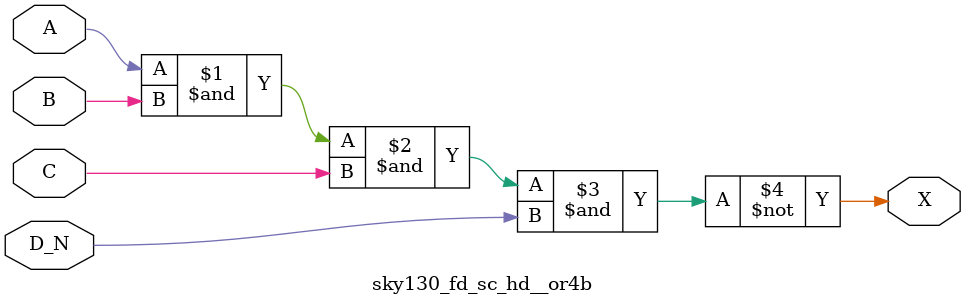
<source format=v>
module sky130_fd_sc_hd__or4b (
    input A,
    input B,
    input C,
    input D_N,
    output X
);

    assign X = ~(A & B & C & D_N);

endmodule
</source>
